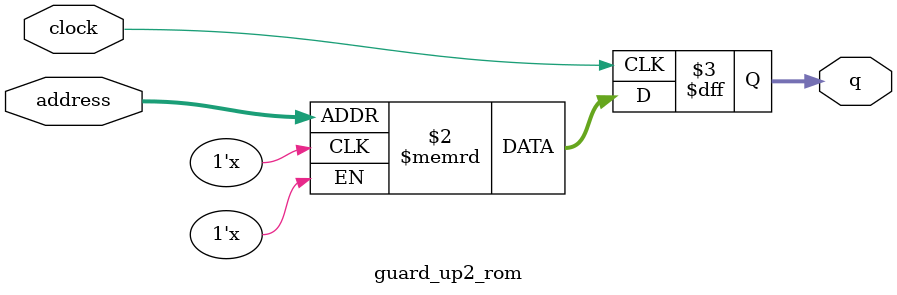
<source format=sv>
module guard_up2_rom (
	input logic clock,
	input logic [9:0] address,
	output logic [3:0] q
);

logic [3:0] memory [0:944] /* synthesis ram_init_file = "./guard_up2.mif" */;

always_ff @ (posedge clock) begin
	q <= memory[address];
end

endmodule

</source>
